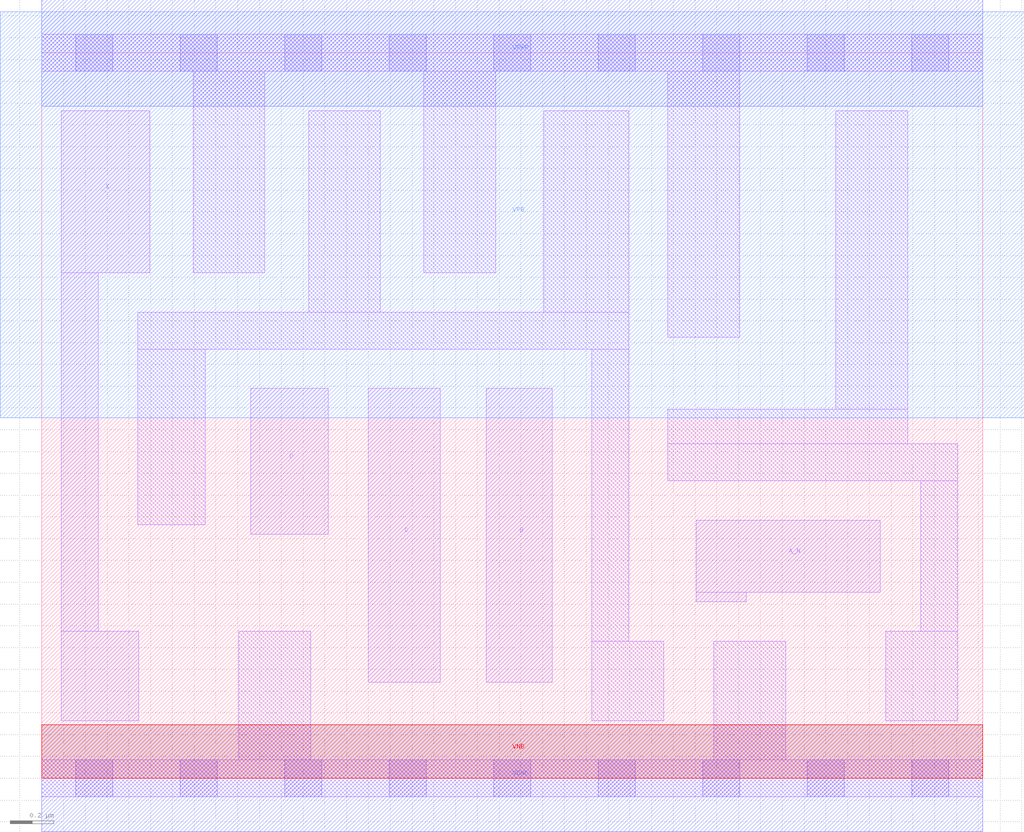
<source format=lef>
# Copyright 2020 The SkyWater PDK Authors
#
# Licensed under the Apache License, Version 2.0 (the "License");
# you may not use this file except in compliance with the License.
# You may obtain a copy of the License at
#
#     https://www.apache.org/licenses/LICENSE-2.0
#
# Unless required by applicable law or agreed to in writing, software
# distributed under the License is distributed on an "AS IS" BASIS,
# WITHOUT WARRANTIES OR CONDITIONS OF ANY KIND, either express or implied.
# See the License for the specific language governing permissions and
# limitations under the License.
#
# SPDX-License-Identifier: Apache-2.0

VERSION 5.7 ;
  NOWIREEXTENSIONATPIN ON ;
  DIVIDERCHAR "/" ;
  BUSBITCHARS "[]" ;
MACRO sky130_fd_sc_lp__and4b_lp
  CLASS CORE ;
  FOREIGN sky130_fd_sc_lp__and4b_lp ;
  ORIGIN  0.000000  0.000000 ;
  SIZE  4.320000 BY  3.330000 ;
  SYMMETRY X Y R90 ;
  SITE unit ;
  PIN A_N
    ANTENNAGATEAREA  0.376000 ;
    DIRECTION INPUT ;
    USE SIGNAL ;
    PORT
      LAYER li1 ;
        RECT 3.005000 0.810000 3.235000 0.855000 ;
        RECT 3.005000 0.855000 3.850000 1.185000 ;
    END
  END A_N
  PIN B
    ANTENNAGATEAREA  0.313000 ;
    DIRECTION INPUT ;
    USE SIGNAL ;
    PORT
      LAYER li1 ;
        RECT 2.040000 0.440000 2.345000 1.790000 ;
    END
  END B
  PIN C
    ANTENNAGATEAREA  0.313000 ;
    DIRECTION INPUT ;
    USE SIGNAL ;
    PORT
      LAYER li1 ;
        RECT 1.500000 0.440000 1.830000 1.790000 ;
    END
  END C
  PIN D
    ANTENNAGATEAREA  0.313000 ;
    DIRECTION INPUT ;
    USE SIGNAL ;
    PORT
      LAYER li1 ;
        RECT 0.960000 1.120000 1.315000 1.790000 ;
    END
  END D
  PIN X
    ANTENNADIFFAREA  0.404700 ;
    DIRECTION OUTPUT ;
    USE SIGNAL ;
    PORT
      LAYER li1 ;
        RECT 0.090000 0.265000 0.445000 0.675000 ;
        RECT 0.090000 0.675000 0.260000 2.320000 ;
        RECT 0.090000 2.320000 0.495000 3.065000 ;
    END
  END X
  PIN VGND
    DIRECTION INOUT ;
    USE GROUND ;
    PORT
      LAYER met1 ;
        RECT 0.000000 -0.245000 4.320000 0.245000 ;
    END
  END VGND
  PIN VNB
    DIRECTION INOUT ;
    USE GROUND ;
    PORT
      LAYER pwell ;
        RECT 0.000000 0.000000 4.320000 0.245000 ;
    END
  END VNB
  PIN VPB
    DIRECTION INOUT ;
    USE POWER ;
    PORT
      LAYER nwell ;
        RECT -0.190000 1.655000 4.510000 3.520000 ;
    END
  END VPB
  PIN VPWR
    DIRECTION INOUT ;
    USE POWER ;
    PORT
      LAYER met1 ;
        RECT 0.000000 3.085000 4.320000 3.575000 ;
    END
  END VPWR
  OBS
    LAYER li1 ;
      RECT 0.000000 -0.085000 4.320000 0.085000 ;
      RECT 0.000000  3.245000 4.320000 3.415000 ;
      RECT 0.440000  1.165000 0.750000 1.970000 ;
      RECT 0.440000  1.970000 2.695000 2.140000 ;
      RECT 0.695000  2.320000 1.025000 3.245000 ;
      RECT 0.905000  0.085000 1.235000 0.675000 ;
      RECT 1.225000  2.140000 1.555000 3.065000 ;
      RECT 1.755000  2.320000 2.085000 3.245000 ;
      RECT 2.305000  2.140000 2.695000 3.065000 ;
      RECT 2.525000  0.265000 2.855000 0.630000 ;
      RECT 2.525000  0.630000 2.695000 1.970000 ;
      RECT 2.875000  1.365000 4.205000 1.535000 ;
      RECT 2.875000  1.535000 3.975000 1.695000 ;
      RECT 2.875000  2.025000 3.205000 3.245000 ;
      RECT 3.085000  0.085000 3.415000 0.630000 ;
      RECT 3.645000  1.695000 3.975000 3.065000 ;
      RECT 3.875000  0.265000 4.205000 0.675000 ;
      RECT 4.035000  0.675000 4.205000 1.365000 ;
    LAYER mcon ;
      RECT 0.155000 -0.085000 0.325000 0.085000 ;
      RECT 0.155000  3.245000 0.325000 3.415000 ;
      RECT 0.635000 -0.085000 0.805000 0.085000 ;
      RECT 0.635000  3.245000 0.805000 3.415000 ;
      RECT 1.115000 -0.085000 1.285000 0.085000 ;
      RECT 1.115000  3.245000 1.285000 3.415000 ;
      RECT 1.595000 -0.085000 1.765000 0.085000 ;
      RECT 1.595000  3.245000 1.765000 3.415000 ;
      RECT 2.075000 -0.085000 2.245000 0.085000 ;
      RECT 2.075000  3.245000 2.245000 3.415000 ;
      RECT 2.555000 -0.085000 2.725000 0.085000 ;
      RECT 2.555000  3.245000 2.725000 3.415000 ;
      RECT 3.035000 -0.085000 3.205000 0.085000 ;
      RECT 3.035000  3.245000 3.205000 3.415000 ;
      RECT 3.515000 -0.085000 3.685000 0.085000 ;
      RECT 3.515000  3.245000 3.685000 3.415000 ;
      RECT 3.995000 -0.085000 4.165000 0.085000 ;
      RECT 3.995000  3.245000 4.165000 3.415000 ;
  END
END sky130_fd_sc_lp__and4b_lp
END LIBRARY

</source>
